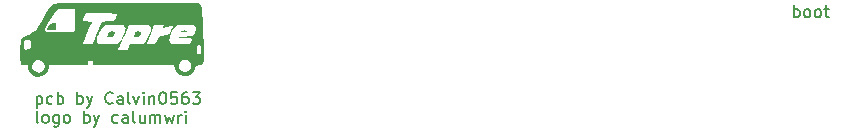
<source format=gbr>
%TF.GenerationSoftware,KiCad,Pcbnew,8.0.5*%
%TF.CreationDate,2024-11-10T19:03:44+01:00*%
%TF.ProjectId,plate tray,706c6174-6520-4747-9261-792e6b696361,rev?*%
%TF.SameCoordinates,Original*%
%TF.FileFunction,Legend,Top*%
%TF.FilePolarity,Positive*%
%FSLAX46Y46*%
G04 Gerber Fmt 4.6, Leading zero omitted, Abs format (unit mm)*
G04 Created by KiCad (PCBNEW 8.0.5) date 2024-11-10 19:03:44*
%MOMM*%
%LPD*%
G01*
G04 APERTURE LIST*
%ADD10C,0.200000*%
%ADD11C,0.150000*%
%ADD12C,0.000000*%
G04 APERTURE END LIST*
D10*
X117987530Y-93529719D02*
X117892292Y-93482100D01*
X117892292Y-93482100D02*
X117844673Y-93386861D01*
X117844673Y-93386861D02*
X117844673Y-92529719D01*
X118511340Y-93529719D02*
X118416102Y-93482100D01*
X118416102Y-93482100D02*
X118368483Y-93434480D01*
X118368483Y-93434480D02*
X118320864Y-93339242D01*
X118320864Y-93339242D02*
X118320864Y-93053528D01*
X118320864Y-93053528D02*
X118368483Y-92958290D01*
X118368483Y-92958290D02*
X118416102Y-92910671D01*
X118416102Y-92910671D02*
X118511340Y-92863052D01*
X118511340Y-92863052D02*
X118654197Y-92863052D01*
X118654197Y-92863052D02*
X118749435Y-92910671D01*
X118749435Y-92910671D02*
X118797054Y-92958290D01*
X118797054Y-92958290D02*
X118844673Y-93053528D01*
X118844673Y-93053528D02*
X118844673Y-93339242D01*
X118844673Y-93339242D02*
X118797054Y-93434480D01*
X118797054Y-93434480D02*
X118749435Y-93482100D01*
X118749435Y-93482100D02*
X118654197Y-93529719D01*
X118654197Y-93529719D02*
X118511340Y-93529719D01*
X119701816Y-92863052D02*
X119701816Y-93672576D01*
X119701816Y-93672576D02*
X119654197Y-93767814D01*
X119654197Y-93767814D02*
X119606578Y-93815433D01*
X119606578Y-93815433D02*
X119511340Y-93863052D01*
X119511340Y-93863052D02*
X119368483Y-93863052D01*
X119368483Y-93863052D02*
X119273245Y-93815433D01*
X119701816Y-93482100D02*
X119606578Y-93529719D01*
X119606578Y-93529719D02*
X119416102Y-93529719D01*
X119416102Y-93529719D02*
X119320864Y-93482100D01*
X119320864Y-93482100D02*
X119273245Y-93434480D01*
X119273245Y-93434480D02*
X119225626Y-93339242D01*
X119225626Y-93339242D02*
X119225626Y-93053528D01*
X119225626Y-93053528D02*
X119273245Y-92958290D01*
X119273245Y-92958290D02*
X119320864Y-92910671D01*
X119320864Y-92910671D02*
X119416102Y-92863052D01*
X119416102Y-92863052D02*
X119606578Y-92863052D01*
X119606578Y-92863052D02*
X119701816Y-92910671D01*
X120320864Y-93529719D02*
X120225626Y-93482100D01*
X120225626Y-93482100D02*
X120178007Y-93434480D01*
X120178007Y-93434480D02*
X120130388Y-93339242D01*
X120130388Y-93339242D02*
X120130388Y-93053528D01*
X120130388Y-93053528D02*
X120178007Y-92958290D01*
X120178007Y-92958290D02*
X120225626Y-92910671D01*
X120225626Y-92910671D02*
X120320864Y-92863052D01*
X120320864Y-92863052D02*
X120463721Y-92863052D01*
X120463721Y-92863052D02*
X120558959Y-92910671D01*
X120558959Y-92910671D02*
X120606578Y-92958290D01*
X120606578Y-92958290D02*
X120654197Y-93053528D01*
X120654197Y-93053528D02*
X120654197Y-93339242D01*
X120654197Y-93339242D02*
X120606578Y-93434480D01*
X120606578Y-93434480D02*
X120558959Y-93482100D01*
X120558959Y-93482100D02*
X120463721Y-93529719D01*
X120463721Y-93529719D02*
X120320864Y-93529719D01*
X121844674Y-93529719D02*
X121844674Y-92529719D01*
X121844674Y-92910671D02*
X121939912Y-92863052D01*
X121939912Y-92863052D02*
X122130388Y-92863052D01*
X122130388Y-92863052D02*
X122225626Y-92910671D01*
X122225626Y-92910671D02*
X122273245Y-92958290D01*
X122273245Y-92958290D02*
X122320864Y-93053528D01*
X122320864Y-93053528D02*
X122320864Y-93339242D01*
X122320864Y-93339242D02*
X122273245Y-93434480D01*
X122273245Y-93434480D02*
X122225626Y-93482100D01*
X122225626Y-93482100D02*
X122130388Y-93529719D01*
X122130388Y-93529719D02*
X121939912Y-93529719D01*
X121939912Y-93529719D02*
X121844674Y-93482100D01*
X122654198Y-92863052D02*
X122892293Y-93529719D01*
X123130388Y-92863052D02*
X122892293Y-93529719D01*
X122892293Y-93529719D02*
X122797055Y-93767814D01*
X122797055Y-93767814D02*
X122749436Y-93815433D01*
X122749436Y-93815433D02*
X122654198Y-93863052D01*
X124701817Y-93482100D02*
X124606579Y-93529719D01*
X124606579Y-93529719D02*
X124416103Y-93529719D01*
X124416103Y-93529719D02*
X124320865Y-93482100D01*
X124320865Y-93482100D02*
X124273246Y-93434480D01*
X124273246Y-93434480D02*
X124225627Y-93339242D01*
X124225627Y-93339242D02*
X124225627Y-93053528D01*
X124225627Y-93053528D02*
X124273246Y-92958290D01*
X124273246Y-92958290D02*
X124320865Y-92910671D01*
X124320865Y-92910671D02*
X124416103Y-92863052D01*
X124416103Y-92863052D02*
X124606579Y-92863052D01*
X124606579Y-92863052D02*
X124701817Y-92910671D01*
X125558960Y-93529719D02*
X125558960Y-93005909D01*
X125558960Y-93005909D02*
X125511341Y-92910671D01*
X125511341Y-92910671D02*
X125416103Y-92863052D01*
X125416103Y-92863052D02*
X125225627Y-92863052D01*
X125225627Y-92863052D02*
X125130389Y-92910671D01*
X125558960Y-93482100D02*
X125463722Y-93529719D01*
X125463722Y-93529719D02*
X125225627Y-93529719D01*
X125225627Y-93529719D02*
X125130389Y-93482100D01*
X125130389Y-93482100D02*
X125082770Y-93386861D01*
X125082770Y-93386861D02*
X125082770Y-93291623D01*
X125082770Y-93291623D02*
X125130389Y-93196385D01*
X125130389Y-93196385D02*
X125225627Y-93148766D01*
X125225627Y-93148766D02*
X125463722Y-93148766D01*
X125463722Y-93148766D02*
X125558960Y-93101147D01*
X126178008Y-93529719D02*
X126082770Y-93482100D01*
X126082770Y-93482100D02*
X126035151Y-93386861D01*
X126035151Y-93386861D02*
X126035151Y-92529719D01*
X126987532Y-92863052D02*
X126987532Y-93529719D01*
X126558961Y-92863052D02*
X126558961Y-93386861D01*
X126558961Y-93386861D02*
X126606580Y-93482100D01*
X126606580Y-93482100D02*
X126701818Y-93529719D01*
X126701818Y-93529719D02*
X126844675Y-93529719D01*
X126844675Y-93529719D02*
X126939913Y-93482100D01*
X126939913Y-93482100D02*
X126987532Y-93434480D01*
X127463723Y-93529719D02*
X127463723Y-92863052D01*
X127463723Y-92958290D02*
X127511342Y-92910671D01*
X127511342Y-92910671D02*
X127606580Y-92863052D01*
X127606580Y-92863052D02*
X127749437Y-92863052D01*
X127749437Y-92863052D02*
X127844675Y-92910671D01*
X127844675Y-92910671D02*
X127892294Y-93005909D01*
X127892294Y-93005909D02*
X127892294Y-93529719D01*
X127892294Y-93005909D02*
X127939913Y-92910671D01*
X127939913Y-92910671D02*
X128035151Y-92863052D01*
X128035151Y-92863052D02*
X128178008Y-92863052D01*
X128178008Y-92863052D02*
X128273247Y-92910671D01*
X128273247Y-92910671D02*
X128320866Y-93005909D01*
X128320866Y-93005909D02*
X128320866Y-93529719D01*
X128701818Y-92863052D02*
X128892294Y-93529719D01*
X128892294Y-93529719D02*
X129082770Y-93053528D01*
X129082770Y-93053528D02*
X129273246Y-93529719D01*
X129273246Y-93529719D02*
X129463722Y-92863052D01*
X129844675Y-93529719D02*
X129844675Y-92863052D01*
X129844675Y-93053528D02*
X129892294Y-92958290D01*
X129892294Y-92958290D02*
X129939913Y-92910671D01*
X129939913Y-92910671D02*
X130035151Y-92863052D01*
X130035151Y-92863052D02*
X130130389Y-92863052D01*
X130463723Y-93529719D02*
X130463723Y-92863052D01*
X130463723Y-92529719D02*
X130416104Y-92577338D01*
X130416104Y-92577338D02*
X130463723Y-92624957D01*
X130463723Y-92624957D02*
X130511342Y-92577338D01*
X130511342Y-92577338D02*
X130463723Y-92529719D01*
X130463723Y-92529719D02*
X130463723Y-92624957D01*
D11*
X181951488Y-84592319D02*
X181951488Y-83592319D01*
X181951488Y-83973271D02*
X182046726Y-83925652D01*
X182046726Y-83925652D02*
X182237202Y-83925652D01*
X182237202Y-83925652D02*
X182332440Y-83973271D01*
X182332440Y-83973271D02*
X182380059Y-84020890D01*
X182380059Y-84020890D02*
X182427678Y-84116128D01*
X182427678Y-84116128D02*
X182427678Y-84401842D01*
X182427678Y-84401842D02*
X182380059Y-84497080D01*
X182380059Y-84497080D02*
X182332440Y-84544700D01*
X182332440Y-84544700D02*
X182237202Y-84592319D01*
X182237202Y-84592319D02*
X182046726Y-84592319D01*
X182046726Y-84592319D02*
X181951488Y-84544700D01*
X182999107Y-84592319D02*
X182903869Y-84544700D01*
X182903869Y-84544700D02*
X182856250Y-84497080D01*
X182856250Y-84497080D02*
X182808631Y-84401842D01*
X182808631Y-84401842D02*
X182808631Y-84116128D01*
X182808631Y-84116128D02*
X182856250Y-84020890D01*
X182856250Y-84020890D02*
X182903869Y-83973271D01*
X182903869Y-83973271D02*
X182999107Y-83925652D01*
X182999107Y-83925652D02*
X183141964Y-83925652D01*
X183141964Y-83925652D02*
X183237202Y-83973271D01*
X183237202Y-83973271D02*
X183284821Y-84020890D01*
X183284821Y-84020890D02*
X183332440Y-84116128D01*
X183332440Y-84116128D02*
X183332440Y-84401842D01*
X183332440Y-84401842D02*
X183284821Y-84497080D01*
X183284821Y-84497080D02*
X183237202Y-84544700D01*
X183237202Y-84544700D02*
X183141964Y-84592319D01*
X183141964Y-84592319D02*
X182999107Y-84592319D01*
X183903869Y-84592319D02*
X183808631Y-84544700D01*
X183808631Y-84544700D02*
X183761012Y-84497080D01*
X183761012Y-84497080D02*
X183713393Y-84401842D01*
X183713393Y-84401842D02*
X183713393Y-84116128D01*
X183713393Y-84116128D02*
X183761012Y-84020890D01*
X183761012Y-84020890D02*
X183808631Y-83973271D01*
X183808631Y-83973271D02*
X183903869Y-83925652D01*
X183903869Y-83925652D02*
X184046726Y-83925652D01*
X184046726Y-83925652D02*
X184141964Y-83973271D01*
X184141964Y-83973271D02*
X184189583Y-84020890D01*
X184189583Y-84020890D02*
X184237202Y-84116128D01*
X184237202Y-84116128D02*
X184237202Y-84401842D01*
X184237202Y-84401842D02*
X184189583Y-84497080D01*
X184189583Y-84497080D02*
X184141964Y-84544700D01*
X184141964Y-84544700D02*
X184046726Y-84592319D01*
X184046726Y-84592319D02*
X183903869Y-84592319D01*
X184522917Y-83925652D02*
X184903869Y-83925652D01*
X184665774Y-83592319D02*
X184665774Y-84449461D01*
X184665774Y-84449461D02*
X184713393Y-84544700D01*
X184713393Y-84544700D02*
X184808631Y-84592319D01*
X184808631Y-84592319D02*
X184903869Y-84592319D01*
D10*
X117844673Y-91275552D02*
X117844673Y-92275552D01*
X117844673Y-91323171D02*
X117939911Y-91275552D01*
X117939911Y-91275552D02*
X118130387Y-91275552D01*
X118130387Y-91275552D02*
X118225625Y-91323171D01*
X118225625Y-91323171D02*
X118273244Y-91370790D01*
X118273244Y-91370790D02*
X118320863Y-91466028D01*
X118320863Y-91466028D02*
X118320863Y-91751742D01*
X118320863Y-91751742D02*
X118273244Y-91846980D01*
X118273244Y-91846980D02*
X118225625Y-91894600D01*
X118225625Y-91894600D02*
X118130387Y-91942219D01*
X118130387Y-91942219D02*
X117939911Y-91942219D01*
X117939911Y-91942219D02*
X117844673Y-91894600D01*
X119178006Y-91894600D02*
X119082768Y-91942219D01*
X119082768Y-91942219D02*
X118892292Y-91942219D01*
X118892292Y-91942219D02*
X118797054Y-91894600D01*
X118797054Y-91894600D02*
X118749435Y-91846980D01*
X118749435Y-91846980D02*
X118701816Y-91751742D01*
X118701816Y-91751742D02*
X118701816Y-91466028D01*
X118701816Y-91466028D02*
X118749435Y-91370790D01*
X118749435Y-91370790D02*
X118797054Y-91323171D01*
X118797054Y-91323171D02*
X118892292Y-91275552D01*
X118892292Y-91275552D02*
X119082768Y-91275552D01*
X119082768Y-91275552D02*
X119178006Y-91323171D01*
X119606578Y-91942219D02*
X119606578Y-90942219D01*
X119606578Y-91323171D02*
X119701816Y-91275552D01*
X119701816Y-91275552D02*
X119892292Y-91275552D01*
X119892292Y-91275552D02*
X119987530Y-91323171D01*
X119987530Y-91323171D02*
X120035149Y-91370790D01*
X120035149Y-91370790D02*
X120082768Y-91466028D01*
X120082768Y-91466028D02*
X120082768Y-91751742D01*
X120082768Y-91751742D02*
X120035149Y-91846980D01*
X120035149Y-91846980D02*
X119987530Y-91894600D01*
X119987530Y-91894600D02*
X119892292Y-91942219D01*
X119892292Y-91942219D02*
X119701816Y-91942219D01*
X119701816Y-91942219D02*
X119606578Y-91894600D01*
X121273245Y-91942219D02*
X121273245Y-90942219D01*
X121273245Y-91323171D02*
X121368483Y-91275552D01*
X121368483Y-91275552D02*
X121558959Y-91275552D01*
X121558959Y-91275552D02*
X121654197Y-91323171D01*
X121654197Y-91323171D02*
X121701816Y-91370790D01*
X121701816Y-91370790D02*
X121749435Y-91466028D01*
X121749435Y-91466028D02*
X121749435Y-91751742D01*
X121749435Y-91751742D02*
X121701816Y-91846980D01*
X121701816Y-91846980D02*
X121654197Y-91894600D01*
X121654197Y-91894600D02*
X121558959Y-91942219D01*
X121558959Y-91942219D02*
X121368483Y-91942219D01*
X121368483Y-91942219D02*
X121273245Y-91894600D01*
X122082769Y-91275552D02*
X122320864Y-91942219D01*
X122558959Y-91275552D02*
X122320864Y-91942219D01*
X122320864Y-91942219D02*
X122225626Y-92180314D01*
X122225626Y-92180314D02*
X122178007Y-92227933D01*
X122178007Y-92227933D02*
X122082769Y-92275552D01*
X124273245Y-91846980D02*
X124225626Y-91894600D01*
X124225626Y-91894600D02*
X124082769Y-91942219D01*
X124082769Y-91942219D02*
X123987531Y-91942219D01*
X123987531Y-91942219D02*
X123844674Y-91894600D01*
X123844674Y-91894600D02*
X123749436Y-91799361D01*
X123749436Y-91799361D02*
X123701817Y-91704123D01*
X123701817Y-91704123D02*
X123654198Y-91513647D01*
X123654198Y-91513647D02*
X123654198Y-91370790D01*
X123654198Y-91370790D02*
X123701817Y-91180314D01*
X123701817Y-91180314D02*
X123749436Y-91085076D01*
X123749436Y-91085076D02*
X123844674Y-90989838D01*
X123844674Y-90989838D02*
X123987531Y-90942219D01*
X123987531Y-90942219D02*
X124082769Y-90942219D01*
X124082769Y-90942219D02*
X124225626Y-90989838D01*
X124225626Y-90989838D02*
X124273245Y-91037457D01*
X125130388Y-91942219D02*
X125130388Y-91418409D01*
X125130388Y-91418409D02*
X125082769Y-91323171D01*
X125082769Y-91323171D02*
X124987531Y-91275552D01*
X124987531Y-91275552D02*
X124797055Y-91275552D01*
X124797055Y-91275552D02*
X124701817Y-91323171D01*
X125130388Y-91894600D02*
X125035150Y-91942219D01*
X125035150Y-91942219D02*
X124797055Y-91942219D01*
X124797055Y-91942219D02*
X124701817Y-91894600D01*
X124701817Y-91894600D02*
X124654198Y-91799361D01*
X124654198Y-91799361D02*
X124654198Y-91704123D01*
X124654198Y-91704123D02*
X124701817Y-91608885D01*
X124701817Y-91608885D02*
X124797055Y-91561266D01*
X124797055Y-91561266D02*
X125035150Y-91561266D01*
X125035150Y-91561266D02*
X125130388Y-91513647D01*
X125749436Y-91942219D02*
X125654198Y-91894600D01*
X125654198Y-91894600D02*
X125606579Y-91799361D01*
X125606579Y-91799361D02*
X125606579Y-90942219D01*
X126035151Y-91275552D02*
X126273246Y-91942219D01*
X126273246Y-91942219D02*
X126511341Y-91275552D01*
X126892294Y-91942219D02*
X126892294Y-91275552D01*
X126892294Y-90942219D02*
X126844675Y-90989838D01*
X126844675Y-90989838D02*
X126892294Y-91037457D01*
X126892294Y-91037457D02*
X126939913Y-90989838D01*
X126939913Y-90989838D02*
X126892294Y-90942219D01*
X126892294Y-90942219D02*
X126892294Y-91037457D01*
X127368484Y-91275552D02*
X127368484Y-91942219D01*
X127368484Y-91370790D02*
X127416103Y-91323171D01*
X127416103Y-91323171D02*
X127511341Y-91275552D01*
X127511341Y-91275552D02*
X127654198Y-91275552D01*
X127654198Y-91275552D02*
X127749436Y-91323171D01*
X127749436Y-91323171D02*
X127797055Y-91418409D01*
X127797055Y-91418409D02*
X127797055Y-91942219D01*
X128463722Y-90942219D02*
X128558960Y-90942219D01*
X128558960Y-90942219D02*
X128654198Y-90989838D01*
X128654198Y-90989838D02*
X128701817Y-91037457D01*
X128701817Y-91037457D02*
X128749436Y-91132695D01*
X128749436Y-91132695D02*
X128797055Y-91323171D01*
X128797055Y-91323171D02*
X128797055Y-91561266D01*
X128797055Y-91561266D02*
X128749436Y-91751742D01*
X128749436Y-91751742D02*
X128701817Y-91846980D01*
X128701817Y-91846980D02*
X128654198Y-91894600D01*
X128654198Y-91894600D02*
X128558960Y-91942219D01*
X128558960Y-91942219D02*
X128463722Y-91942219D01*
X128463722Y-91942219D02*
X128368484Y-91894600D01*
X128368484Y-91894600D02*
X128320865Y-91846980D01*
X128320865Y-91846980D02*
X128273246Y-91751742D01*
X128273246Y-91751742D02*
X128225627Y-91561266D01*
X128225627Y-91561266D02*
X128225627Y-91323171D01*
X128225627Y-91323171D02*
X128273246Y-91132695D01*
X128273246Y-91132695D02*
X128320865Y-91037457D01*
X128320865Y-91037457D02*
X128368484Y-90989838D01*
X128368484Y-90989838D02*
X128463722Y-90942219D01*
X129701817Y-90942219D02*
X129225627Y-90942219D01*
X129225627Y-90942219D02*
X129178008Y-91418409D01*
X129178008Y-91418409D02*
X129225627Y-91370790D01*
X129225627Y-91370790D02*
X129320865Y-91323171D01*
X129320865Y-91323171D02*
X129558960Y-91323171D01*
X129558960Y-91323171D02*
X129654198Y-91370790D01*
X129654198Y-91370790D02*
X129701817Y-91418409D01*
X129701817Y-91418409D02*
X129749436Y-91513647D01*
X129749436Y-91513647D02*
X129749436Y-91751742D01*
X129749436Y-91751742D02*
X129701817Y-91846980D01*
X129701817Y-91846980D02*
X129654198Y-91894600D01*
X129654198Y-91894600D02*
X129558960Y-91942219D01*
X129558960Y-91942219D02*
X129320865Y-91942219D01*
X129320865Y-91942219D02*
X129225627Y-91894600D01*
X129225627Y-91894600D02*
X129178008Y-91846980D01*
X130606579Y-90942219D02*
X130416103Y-90942219D01*
X130416103Y-90942219D02*
X130320865Y-90989838D01*
X130320865Y-90989838D02*
X130273246Y-91037457D01*
X130273246Y-91037457D02*
X130178008Y-91180314D01*
X130178008Y-91180314D02*
X130130389Y-91370790D01*
X130130389Y-91370790D02*
X130130389Y-91751742D01*
X130130389Y-91751742D02*
X130178008Y-91846980D01*
X130178008Y-91846980D02*
X130225627Y-91894600D01*
X130225627Y-91894600D02*
X130320865Y-91942219D01*
X130320865Y-91942219D02*
X130511341Y-91942219D01*
X130511341Y-91942219D02*
X130606579Y-91894600D01*
X130606579Y-91894600D02*
X130654198Y-91846980D01*
X130654198Y-91846980D02*
X130701817Y-91751742D01*
X130701817Y-91751742D02*
X130701817Y-91513647D01*
X130701817Y-91513647D02*
X130654198Y-91418409D01*
X130654198Y-91418409D02*
X130606579Y-91370790D01*
X130606579Y-91370790D02*
X130511341Y-91323171D01*
X130511341Y-91323171D02*
X130320865Y-91323171D01*
X130320865Y-91323171D02*
X130225627Y-91370790D01*
X130225627Y-91370790D02*
X130178008Y-91418409D01*
X130178008Y-91418409D02*
X130130389Y-91513647D01*
X131035151Y-90942219D02*
X131654198Y-90942219D01*
X131654198Y-90942219D02*
X131320865Y-91323171D01*
X131320865Y-91323171D02*
X131463722Y-91323171D01*
X131463722Y-91323171D02*
X131558960Y-91370790D01*
X131558960Y-91370790D02*
X131606579Y-91418409D01*
X131606579Y-91418409D02*
X131654198Y-91513647D01*
X131654198Y-91513647D02*
X131654198Y-91751742D01*
X131654198Y-91751742D02*
X131606579Y-91846980D01*
X131606579Y-91846980D02*
X131558960Y-91894600D01*
X131558960Y-91894600D02*
X131463722Y-91942219D01*
X131463722Y-91942219D02*
X131178008Y-91942219D01*
X131178008Y-91942219D02*
X131082770Y-91894600D01*
X131082770Y-91894600D02*
X131035151Y-91846980D01*
D12*
%TO.C,G\u002A\u002A\u002A*%
G36*
X130463209Y-85728598D02*
G01*
X130544190Y-85755052D01*
X130560081Y-85793282D01*
X130513033Y-85833371D01*
X130417191Y-85863596D01*
X130295857Y-85876048D01*
X130179407Y-85870739D01*
X130098218Y-85847683D01*
X130082236Y-85833198D01*
X130082945Y-85778728D01*
X130152105Y-85739219D01*
X130278768Y-85719835D01*
X130325000Y-85718715D01*
X130463209Y-85728598D01*
G37*
G36*
X119496682Y-85386968D02*
G01*
X119485000Y-85697457D01*
X119118158Y-85708934D01*
X118944136Y-85712943D01*
X118833798Y-85709873D01*
X118770940Y-85696910D01*
X118739361Y-85671239D01*
X118726097Y-85640826D01*
X118728606Y-85537766D01*
X118779630Y-85412428D01*
X118866222Y-85293825D01*
X118892368Y-85268212D01*
X119026219Y-85180082D01*
X119196058Y-85110936D01*
X119359036Y-85077438D01*
X119385397Y-85076479D01*
X119508365Y-85076479D01*
X119496682Y-85386968D01*
G37*
G36*
X124388067Y-85806095D02*
G01*
X124444263Y-85836484D01*
X124442919Y-85892189D01*
X124413924Y-85994087D01*
X124381698Y-86076863D01*
X124295148Y-86278372D01*
X124060074Y-86278372D01*
X123921121Y-86273283D01*
X123847496Y-86255678D01*
X123825034Y-86222050D01*
X123825000Y-86220162D01*
X123846212Y-86121061D01*
X123898607Y-85996496D01*
X123965325Y-85885072D01*
X123978933Y-85867725D01*
X124048602Y-85827891D01*
X124159919Y-85803005D01*
X124283027Y-85795072D01*
X124388067Y-85806095D01*
G37*
G36*
X126628067Y-85806095D02*
G01*
X126684263Y-85836484D01*
X126682919Y-85892189D01*
X126653924Y-85994087D01*
X126621698Y-86076863D01*
X126535148Y-86278372D01*
X126300074Y-86278372D01*
X126161121Y-86273283D01*
X126087496Y-86255678D01*
X126065034Y-86222050D01*
X126065000Y-86220162D01*
X126086212Y-86121061D01*
X126138607Y-85996496D01*
X126205325Y-85885072D01*
X126218933Y-85867725D01*
X126288602Y-85827891D01*
X126399919Y-85803005D01*
X126523027Y-85795072D01*
X126628067Y-85806095D01*
G37*
G36*
X127125963Y-83394625D02*
G01*
X127790931Y-83394774D01*
X128387282Y-83395110D01*
X128918811Y-83395679D01*
X129389313Y-83396525D01*
X129802582Y-83397693D01*
X130162412Y-83399228D01*
X130472598Y-83401177D01*
X130736934Y-83403582D01*
X130959216Y-83406491D01*
X131143237Y-83409947D01*
X131292791Y-83413995D01*
X131411674Y-83418681D01*
X131503680Y-83424050D01*
X131572603Y-83430147D01*
X131622238Y-83437017D01*
X131656379Y-83444705D01*
X131678821Y-83453255D01*
X131693359Y-83462714D01*
X131698456Y-83467401D01*
X131742872Y-83538508D01*
X131782730Y-83660337D01*
X131818308Y-83836240D01*
X131849886Y-84069568D01*
X131877743Y-84363674D01*
X131902158Y-84721909D01*
X131923411Y-85147626D01*
X131941780Y-85644175D01*
X131957544Y-86214908D01*
X131968012Y-86703282D01*
X131973704Y-87044516D01*
X131977450Y-87367548D01*
X131979251Y-87661856D01*
X131979109Y-87916914D01*
X131977025Y-88122198D01*
X131972999Y-88267184D01*
X131967840Y-88336613D01*
X131929027Y-88479494D01*
X131854156Y-88575462D01*
X131729275Y-88635100D01*
X131540437Y-88668996D01*
X131528098Y-88670305D01*
X131392863Y-88690467D01*
X131323232Y-88718973D01*
X131304776Y-88757872D01*
X131266418Y-88974110D01*
X131162342Y-89175349D01*
X131006765Y-89349831D01*
X130813902Y-89485797D01*
X130597972Y-89571489D01*
X130373189Y-89595148D01*
X130301525Y-89587667D01*
X130036632Y-89510294D01*
X129823455Y-89371863D01*
X129663124Y-89173391D01*
X129557418Y-88918243D01*
X129491883Y-88682157D01*
X126082354Y-88682157D01*
X122672826Y-88682157D01*
X122669061Y-88671340D01*
X129888509Y-88671340D01*
X129909437Y-88853904D01*
X129980850Y-88997044D01*
X130125661Y-89143050D01*
X130296190Y-89221715D01*
X130477866Y-89229450D01*
X130655365Y-89163131D01*
X130813133Y-89028465D01*
X130909157Y-88863059D01*
X130938179Y-88682423D01*
X130894942Y-88502064D01*
X130885799Y-88483390D01*
X130764028Y-88320973D01*
X130605273Y-88216611D01*
X130426140Y-88176692D01*
X130243235Y-88207606D01*
X130208101Y-88222643D01*
X130042743Y-88339004D01*
X129934578Y-88494138D01*
X129888509Y-88671340D01*
X122669061Y-88671340D01*
X122628913Y-88555989D01*
X122597800Y-88444001D01*
X122585000Y-88353479D01*
X122574391Y-88307619D01*
X122529268Y-88287806D01*
X122429688Y-88287310D01*
X122395000Y-88289347D01*
X122280065Y-88300109D01*
X122222373Y-88324296D01*
X122199245Y-88378897D01*
X122191731Y-88441618D01*
X122171333Y-88551064D01*
X122139628Y-88628272D01*
X122136834Y-88631917D01*
X122107746Y-88645216D01*
X122040592Y-88656139D01*
X121929373Y-88664872D01*
X121768086Y-88671599D01*
X121550732Y-88676506D01*
X121271310Y-88679778D01*
X120923820Y-88681600D01*
X120508105Y-88682157D01*
X118921006Y-88682157D01*
X118872896Y-88915449D01*
X118787133Y-89156583D01*
X118645349Y-89356931D01*
X118460405Y-89509691D01*
X118245160Y-89608061D01*
X118012478Y-89645240D01*
X117775217Y-89614425D01*
X117645000Y-89564863D01*
X117530170Y-89504734D01*
X117438446Y-89448497D01*
X117420137Y-89434884D01*
X117299104Y-89299837D01*
X117196127Y-89120294D01*
X117130365Y-88931874D01*
X117120638Y-88878051D01*
X117098409Y-88710213D01*
X117472793Y-88710213D01*
X117482281Y-88866916D01*
X117535000Y-88994035D01*
X117664050Y-89155653D01*
X117838434Y-89254026D01*
X118019705Y-89282839D01*
X118135922Y-89273760D01*
X118226239Y-89235534D01*
X118324714Y-89152320D01*
X118346388Y-89130887D01*
X118479263Y-88958630D01*
X118532949Y-88785487D01*
X118508210Y-88607909D01*
X118475409Y-88532672D01*
X118354652Y-88373470D01*
X118199423Y-88274304D01*
X118026197Y-88235096D01*
X117851445Y-88255768D01*
X117691641Y-88336240D01*
X117563257Y-88476435D01*
X117529931Y-88537186D01*
X117472793Y-88710213D01*
X117098409Y-88710213D01*
X117094693Y-88682157D01*
X116897217Y-88682157D01*
X116725610Y-88670283D01*
X116612115Y-88627224D01*
X116537382Y-88541825D01*
X116498203Y-88452102D01*
X116477841Y-88350153D01*
X116462545Y-88184232D01*
X116452482Y-87970341D01*
X116447817Y-87724483D01*
X116448718Y-87462661D01*
X116451317Y-87360075D01*
X124747286Y-87360075D01*
X125140680Y-87360075D01*
X125534074Y-87360075D01*
X125609493Y-87191755D01*
X131407123Y-87191755D01*
X131407593Y-87261449D01*
X131418878Y-87470099D01*
X131451169Y-87609221D01*
X131508989Y-87687696D01*
X131596864Y-87714404D01*
X131637657Y-87712967D01*
X131765000Y-87700611D01*
X131765000Y-87344410D01*
X131758968Y-87141039D01*
X131737150Y-87008080D01*
X131693956Y-86936473D01*
X131623799Y-86917157D01*
X131521090Y-86941071D01*
X131517110Y-86942482D01*
X131458347Y-86967760D01*
X131425042Y-87004296D01*
X131410274Y-87072242D01*
X131407123Y-87191755D01*
X125609493Y-87191755D01*
X125641780Y-87119697D01*
X125749486Y-86879318D01*
X126197243Y-86879095D01*
X126463974Y-86874103D01*
X126665434Y-86857277D01*
X126772485Y-86834584D01*
X127151507Y-86834584D01*
X127167561Y-86859027D01*
X127219714Y-86872426D01*
X127322045Y-86878086D01*
X127488629Y-86879312D01*
X127513249Y-86879318D01*
X127890829Y-86879318D01*
X128023049Y-86597067D01*
X128042369Y-86561085D01*
X129051666Y-86561085D01*
X129086091Y-86696915D01*
X129175417Y-86803822D01*
X129279177Y-86852029D01*
X129345845Y-86857341D01*
X129477796Y-86861421D01*
X129660315Y-86864045D01*
X129878690Y-86864989D01*
X130084501Y-86864282D01*
X130804002Y-86859286D01*
X130892140Y-86679003D01*
X130950126Y-86557982D01*
X130980779Y-86472041D01*
X130975289Y-86415178D01*
X130924848Y-86381393D01*
X130820647Y-86364685D01*
X130653878Y-86359054D01*
X130421666Y-86358498D01*
X130189241Y-86356844D01*
X130027675Y-86351329D01*
X129927884Y-86341121D01*
X129880782Y-86325387D01*
X129874880Y-86308419D01*
X129913365Y-86284207D01*
X130014903Y-86264829D01*
X130185264Y-86249530D01*
X130410257Y-86238309D01*
X130659681Y-86225598D01*
X130843467Y-86205557D01*
X130975969Y-86172078D01*
X131071540Y-86119055D01*
X131144533Y-86040379D01*
X131209302Y-85929944D01*
X131229213Y-85889833D01*
X131303826Y-85686856D01*
X131321217Y-85510772D01*
X131281377Y-85372752D01*
X131229659Y-85312580D01*
X131186746Y-85283999D01*
X131130900Y-85263569D01*
X131049019Y-85249959D01*
X130927998Y-85241839D01*
X130754736Y-85237877D01*
X130516128Y-85236741D01*
X130483172Y-85236731D01*
X130212225Y-85238132D01*
X130008113Y-85243930D01*
X129857700Y-85256522D01*
X129747847Y-85278302D01*
X129665414Y-85311666D01*
X129597264Y-85359009D01*
X129544984Y-85407769D01*
X129486550Y-85489482D01*
X129411108Y-85627272D01*
X129326723Y-85802277D01*
X129241464Y-85995636D01*
X129163399Y-86188489D01*
X129100594Y-86361975D01*
X129061118Y-86497233D01*
X129051666Y-86561085D01*
X128042369Y-86561085D01*
X128112087Y-86431244D01*
X128211026Y-86308908D01*
X128336323Y-86219099D01*
X128504442Y-86150857D01*
X128731843Y-86093222D01*
X128801263Y-86078910D01*
X129117526Y-86015706D01*
X129251263Y-85697251D01*
X129311838Y-85549477D01*
X129358108Y-85429880D01*
X129382793Y-85357552D01*
X129385000Y-85346447D01*
X129349897Y-85328520D01*
X129257267Y-85330662D01*
X129126121Y-85349638D01*
X128975473Y-85382213D01*
X128824338Y-85425153D01*
X128735000Y-85457027D01*
X128599829Y-85505847D01*
X128528646Y-85514859D01*
X128513461Y-85479239D01*
X128546289Y-85394160D01*
X128566027Y-85354931D01*
X128627054Y-85236731D01*
X128216027Y-85237482D01*
X127805000Y-85238233D01*
X127492142Y-85975249D01*
X127394885Y-86205929D01*
X127307713Y-86415644D01*
X127235825Y-86591651D01*
X127184417Y-86721209D01*
X127158686Y-86791577D01*
X127157477Y-86795792D01*
X127151507Y-86834584D01*
X126772485Y-86834584D01*
X126815885Y-86825384D01*
X126929594Y-86775189D01*
X127020826Y-86703461D01*
X127034765Y-86689272D01*
X127092252Y-86607737D01*
X127167558Y-86471611D01*
X127252668Y-86299073D01*
X127339569Y-86108303D01*
X127420246Y-85917478D01*
X127486687Y-85744779D01*
X127530877Y-85608385D01*
X127545000Y-85531830D01*
X127517424Y-85436223D01*
X127450597Y-85338958D01*
X127446019Y-85334268D01*
X127347039Y-85235132D01*
X126498057Y-85245947D01*
X125649075Y-85256763D01*
X125297085Y-86078056D01*
X125187856Y-86332900D01*
X125082959Y-86577603D01*
X124988704Y-86797447D01*
X124911401Y-86977716D01*
X124857359Y-87103693D01*
X124846191Y-87129712D01*
X124747286Y-87360075D01*
X116451317Y-87360075D01*
X116455349Y-87200878D01*
X116467879Y-86955138D01*
X116476647Y-86847085D01*
X116738615Y-86847085D01*
X116740134Y-87002381D01*
X116753699Y-87147431D01*
X116779115Y-87259904D01*
X116815000Y-87316803D01*
X116954970Y-87356539D01*
X117098702Y-87317465D01*
X117160404Y-87276411D01*
X117256330Y-87179374D01*
X117325799Y-87078086D01*
X117364716Y-86960606D01*
X117382337Y-86819392D01*
X117378000Y-86684558D01*
X117351047Y-86586216D01*
X117337000Y-86566826D01*
X117271621Y-86540675D01*
X117156039Y-86524176D01*
X117019619Y-86518651D01*
X116891723Y-86525416D01*
X116808271Y-86543068D01*
X116772489Y-86595095D01*
X116749335Y-86703879D01*
X116738615Y-86847085D01*
X116476647Y-86847085D01*
X116480977Y-86793721D01*
X116506094Y-86619461D01*
X116550342Y-86483251D01*
X116625113Y-86372905D01*
X116741800Y-86276239D01*
X116911796Y-86181065D01*
X117146493Y-86075201D01*
X117156898Y-86070779D01*
X117373323Y-85972130D01*
X117551750Y-85871291D01*
X117703505Y-85756453D01*
X117747909Y-85710669D01*
X118553271Y-85710669D01*
X118593056Y-85778964D01*
X118615000Y-85794406D01*
X118676784Y-85807586D01*
X118804663Y-85818398D01*
X118986347Y-85826866D01*
X119209542Y-85833013D01*
X119461957Y-85836863D01*
X119731299Y-85838441D01*
X120005277Y-85837772D01*
X120271598Y-85834878D01*
X120517971Y-85829785D01*
X120732103Y-85822516D01*
X120901703Y-85813097D01*
X121014478Y-85801550D01*
X121057000Y-85789602D01*
X121073650Y-85733646D01*
X121087023Y-85611975D01*
X121097120Y-85438935D01*
X121103939Y-85228870D01*
X121107482Y-84996125D01*
X121107569Y-84916889D01*
X121705000Y-84916889D01*
X121742947Y-84934461D01*
X121848721Y-84947534D01*
X122010220Y-84954985D01*
X122129279Y-84956290D01*
X122325499Y-84958560D01*
X122451714Y-84966191D01*
X122517815Y-84980411D01*
X122533691Y-85002447D01*
X122532409Y-85006368D01*
X122510878Y-85055903D01*
X122461858Y-85167912D01*
X122390110Y-85331543D01*
X122300394Y-85535941D01*
X122197471Y-85770255D01*
X122128129Y-85928032D01*
X122020417Y-86174682D01*
X121924412Y-86397612D01*
X121844598Y-86586159D01*
X121785458Y-86729657D01*
X121751476Y-86817441D01*
X121745000Y-86839468D01*
X121783031Y-86857676D01*
X121889428Y-86870983D01*
X122052648Y-86878274D01*
X122157581Y-86879318D01*
X122570163Y-86879318D01*
X122696381Y-86588517D01*
X122906879Y-86588517D01*
X122926894Y-86692426D01*
X122986855Y-86768253D01*
X123080986Y-86823755D01*
X123150682Y-86845087D01*
X123256325Y-86859792D01*
X123408597Y-86868441D01*
X123618177Y-86871608D01*
X123895745Y-86869864D01*
X123932181Y-86869379D01*
X124194208Y-86865008D01*
X124388846Y-86859308D01*
X124528710Y-86850911D01*
X124626412Y-86838448D01*
X124694564Y-86820551D01*
X124745779Y-86795851D01*
X124772181Y-86778237D01*
X124841133Y-86703416D01*
X124929698Y-86571074D01*
X125028757Y-86398467D01*
X125129191Y-86202853D01*
X125221881Y-86001490D01*
X125297708Y-85811636D01*
X125324245Y-85733461D01*
X125360684Y-85545649D01*
X125334801Y-85404919D01*
X125245275Y-85306514D01*
X125198707Y-85281212D01*
X125119156Y-85264175D01*
X124968517Y-85250853D01*
X124755637Y-85241722D01*
X124489361Y-85237256D01*
X124373117Y-85236881D01*
X124072743Y-85237681D01*
X123839818Y-85244940D01*
X123661796Y-85266156D01*
X123526132Y-85308828D01*
X123420283Y-85380453D01*
X123331702Y-85488528D01*
X123247846Y-85640553D01*
X123156169Y-85844025D01*
X123087303Y-86005401D01*
X122987004Y-86255293D01*
X122926889Y-86446235D01*
X122906879Y-86588517D01*
X122696381Y-86588517D01*
X122987006Y-85918930D01*
X123403848Y-84958543D01*
X123897061Y-84947400D01*
X124390274Y-84936258D01*
X124527637Y-84624143D01*
X124589980Y-84480470D01*
X124637547Y-84367008D01*
X124662811Y-84301867D01*
X124665000Y-84293623D01*
X124626547Y-84289236D01*
X124517377Y-84285224D01*
X124346774Y-84281714D01*
X124124019Y-84278835D01*
X123858396Y-84276715D01*
X123559187Y-84275483D01*
X123333771Y-84275217D01*
X122002542Y-84275217D01*
X121853771Y-84576353D01*
X121785404Y-84719172D01*
X121733607Y-84835824D01*
X121706873Y-84906862D01*
X121705000Y-84916889D01*
X121107569Y-84916889D01*
X121107747Y-84755045D01*
X121104736Y-84519973D01*
X121098448Y-84305256D01*
X121088883Y-84125237D01*
X121076041Y-83994262D01*
X121059922Y-83926675D01*
X121056999Y-83922662D01*
X120998159Y-83903307D01*
X120876522Y-83888851D01*
X120709143Y-83879338D01*
X120513079Y-83874808D01*
X120305386Y-83875305D01*
X120103119Y-83880870D01*
X119923334Y-83891546D01*
X119783087Y-83907375D01*
X119725000Y-83919367D01*
X119590339Y-83983137D01*
X119445877Y-84104504D01*
X119288752Y-84287212D01*
X119116103Y-84535005D01*
X118925066Y-84851625D01*
X118712779Y-85240816D01*
X118708672Y-85248650D01*
X118609588Y-85454199D01*
X118558284Y-85605310D01*
X118553271Y-85710669D01*
X117747909Y-85710669D01*
X117839915Y-85615805D01*
X117972305Y-85437539D01*
X118112002Y-85209845D01*
X118270333Y-84920912D01*
X118283406Y-84896195D01*
X118474192Y-84541640D01*
X118638824Y-84252532D01*
X118783283Y-84020941D01*
X118913554Y-83838938D01*
X119035618Y-83698593D01*
X119155460Y-83591977D01*
X119279062Y-83511160D01*
X119358541Y-83471288D01*
X119383002Y-83461108D01*
X119412017Y-83451882D01*
X119449445Y-83443562D01*
X119499142Y-83436102D01*
X119564965Y-83429453D01*
X119650772Y-83423568D01*
X119760421Y-83418399D01*
X119897768Y-83413899D01*
X120066670Y-83410021D01*
X120270986Y-83406716D01*
X120514572Y-83403938D01*
X120801286Y-83401639D01*
X121134985Y-83399772D01*
X121519526Y-83398288D01*
X121958766Y-83397140D01*
X122456563Y-83396281D01*
X123016775Y-83395664D01*
X123643258Y-83395240D01*
X124339869Y-83394962D01*
X125110467Y-83394783D01*
X125575000Y-83394709D01*
X126388584Y-83394618D01*
X127125963Y-83394625D01*
G37*
%TD*%
M02*

</source>
